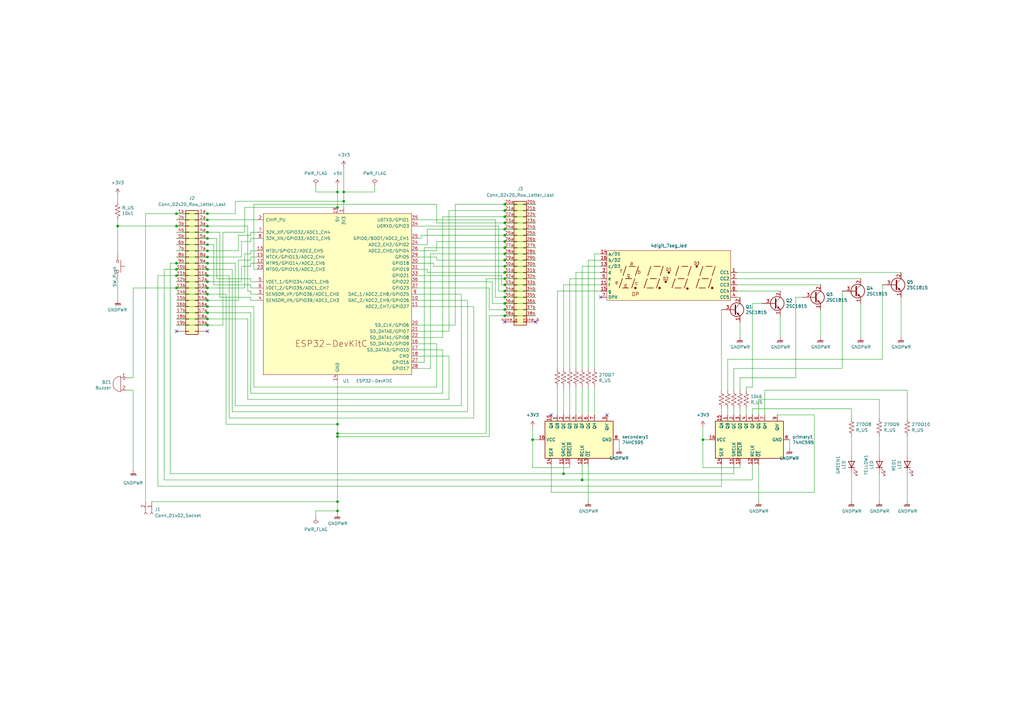
<source format=kicad_sch>
(kicad_sch (version 20230121) (generator eeschema)
  (paper "A3")
  (lib_symbols
    (symbol "74xx:74HC595"
      (property "Reference" "U" (at -7.62 13.97 0))
      (property "Value" "74HC595" (at -7.62 -16.51 0))
      (symbol "74HC595_1_0"
        (pin tri_state line (at 10.16 7.62 180) (length 2.54) (name "QB") (number "1"))
        (pin input line (at -10.16 2.54 0) (length 2.54) (name "~{SRCLR}") (number "10"))
        (pin input line (at -10.16 5.08 0) (length 2.54) (name "SRCLK") (number "11"))
        (pin input line (at -10.16 -2.54 0) (length 2.54) (name "RCLK") (number "12"))
        (pin input line (at -10.16 -5.08 0) (length 2.54) (name "~{OE}") (number "13"))
        (pin input line (at -10.16 10.16 0) (length 2.54) (name "SER") (number "14"))
        (pin tri_state line (at 10.16 10.16 180) (length 2.54) (name "QA") (number "15"))
        (pin power_in line (at 0 15.24 270) (length 2.54) (name "VCC") (number "16"))
        (pin tri_state line (at 10.16 5.08 180) (length 2.54) (name "QC") (number "2"))
        (pin tri_state line (at 10.16 2.54 180) (length 2.54) (name "QD") (number "3"))
        (pin tri_state line (at 10.16 0 180) (length 2.54) (name "QE") (number "4"))
        (pin tri_state line (at 10.16 -2.54 180) (length 2.54) (name "QF") (number "5"))
        (pin tri_state line (at 10.16 -5.08 180) (length 2.54) (name "QG") (number "6"))
        (pin tri_state line (at 10.16 -7.62 180) (length 2.54) (name "QH") (number "7"))
        (pin power_in line (at 0 -17.78 90) (length 2.54) (name "GND") (number "8"))
        (pin output line (at 10.16 -12.7 180) (length 2.54) (name "QH'") (number "9"))
      )
    )
    (symbol "Conn_02x20_Row_Letter_Last_1" (pin_names (offset 1.016) hide)
      (property "Reference" "J3" (at 1.27 29.21 0))
      (property "Value" "Conn_02x20_Row_Letter_Last" (at 1.27 26.67 0))
      (symbol "Conn_02x20_Row_Letter_Last_1_1_1"
        (pin passive line (at -5.08 22.86 0) (length 3.81) (name "Pin_20a") (number "20a"))
        (pin passive line (at 7.62 22.86 180) (length 3.81) (name "Pin_20b") (number "20b"))
        (pin passive line (at -5.08 20.32 0) (length 3.81) (name "Pin_21a") (number "21a"))
        (pin passive line (at 7.62 20.32 180) (length 3.81) (name "Pin_21b") (number "21b"))
        (pin passive line (at -5.08 17.78 0) (length 3.81) (name "Pin_22a") (number "22a"))
        (pin passive line (at 7.62 17.78 180) (length 3.81) (name "Pin_22b") (number "22b"))
        (pin passive line (at -5.08 15.24 0) (length 3.81) (name "Pin_23a") (number "23a"))
        (pin passive line (at 7.62 15.24 180) (length 3.81) (name "Pin_23b") (number "23b"))
        (pin passive line (at -5.08 12.7 0) (length 3.81) (name "Pin_24a") (number "24a"))
        (pin passive line (at 7.62 12.7 180) (length 3.81) (name "Pin_24b") (number "24b"))
        (pin passive line (at -5.08 10.16 0) (length 3.81) (name "Pin_25a") (number "25a"))
        (pin passive line (at 7.62 10.16 180) (length 3.81) (name "Pin_25b") (number "25b"))
        (pin passive line (at -5.08 7.62 0) (length 3.81) (name "Pin_26a") (number "26a"))
        (pin passive line (at 7.62 7.62 180) (length 3.81) (name "Pin_26b") (number "26b"))
        (pin passive line (at -5.08 5.08 0) (length 3.81) (name "Pin_27a") (number "27a"))
        (pin passive line (at 7.62 5.08 180) (length 3.81) (name "Pin_27b") (number "27b"))
        (pin passive line (at -5.08 2.54 0) (length 3.81) (name "Pin_28a") (number "28a"))
        (pin passive line (at 7.62 2.54 180) (length 3.81) (name "Pin_28b") (number "28b"))
        (pin passive line (at -5.08 0 0) (length 3.81) (name "Pin_29a") (number "29a"))
        (pin passive line (at 7.62 0 180) (length 3.81) (name "Pin_29b") (number "29b"))
        (pin passive line (at -5.08 -2.54 0) (length 3.81) (name "Pin_30a") (number "30a"))
        (pin passive line (at 7.62 -2.54 180) (length 3.81) (name "Pin_30b") (number "30b"))
        (pin passive line (at -5.08 -5.08 0) (length 3.81) (name "Pin_31a") (number "31a"))
        (pin passive line (at 7.62 -5.08 180) (length 3.81) (name "Pin_31b") (number "31b"))
        (pin passive line (at -5.08 -7.62 0) (length 3.81) (name "Pin_32a") (number "32a"))
        (pin passive line (at 7.62 -7.62 180) (length 3.81) (name "Pin_32b") (number "32b"))
        (pin passive line (at -5.08 -10.16 0) (length 3.81) (name "Pin_33a") (number "33a"))
        (pin passive line (at 7.62 -10.16 180) (length 3.81) (name "Pin_33b") (number "33b"))
        (pin passive line (at -5.08 -12.7 0) (length 3.81) (name "Pin_34a") (number "34a"))
        (pin passive line (at 7.62 -12.7 180) (length 3.81) (name "Pin_34b") (number "34b"))
        (pin passive line (at -5.08 -15.24 0) (length 3.81) (name "Pin_35a") (number "35a"))
        (pin passive line (at 7.62 -15.24 180) (length 3.81) (name "Pin_35b") (number "35b"))
        (pin passive line (at -5.08 -17.78 0) (length 3.81) (name "Pin_36a") (number "36a"))
        (pin passive line (at 7.62 -17.78 180) (length 3.81) (name "Pin_36b") (number "36b"))
        (pin passive line (at -5.08 -20.32 0) (length 3.81) (name "Pin_37a") (number "37a"))
        (pin passive line (at 7.62 -20.32 180) (length 3.81) (name "Pin_37b") (number "37b"))
        (pin passive line (at -5.08 -22.86 0) (length 3.81) (name "Pin_38a") (number "38a"))
        (pin passive line (at 7.62 -22.86 180) (length 3.81) (name "Pin_38b") (number "38b"))
        (pin passive line (at -5.08 -25.4 0) (length 3.81) (name "Pin_none_a") (number "none_a"))
        (pin passive line (at 7.62 -25.4 180) (length 3.81) (name "Pin_none_b") (number "none_b"))
      )
    )
    (symbol "Connector:Conn_01x02_Socket" (pin_names (offset 1.016) hide)
      (property "Reference" "J" (at 0 2.54 0))
      (property "Value" "Conn_01x02_Socket" (at 0 -5.08 0))
      (symbol "Conn_01x02_Socket_1_1"
        (pin passive line (at -5.08 0 0) (length 3.81) (name "Pin_1") (number "1"))
        (pin passive line (at -5.08 -2.54 0) (length 3.81) (name "Pin_2") (number "2"))
      )
    )
    (symbol "Connector_Generic:Conn_02x20_Row_Letter_Last" (pin_names (offset 1.016) hide)
      (property "Reference" "J2" (at 1.27 29.21 0))
      (property "Value" "Conn_02x20_Row_Letter_Last" (at 1.27 26.67 0))
      (symbol "Conn_02x20_Row_Letter_Last_1_1"
        (pin passive line (at -5.08 -25.4 0) (length 3.81) (name "") (number ""))
        (pin passive line (at 7.62 -25.4 180) (length 3.81) (name "") (number ""))
        (pin passive line (at -5.08 0 0) (length 3.81) (name "Pin_10a") (number "10a"))
        (pin passive line (at 7.62 0 180) (length 3.81) (name "Pin_10b") (number "10b"))
        (pin passive line (at -5.08 -2.54 0) (length 3.81) (name "Pin_11a") (number "11a"))
        (pin passive line (at 7.62 -2.54 180) (length 3.81) (name "Pin_11b") (number "11b"))
        (pin passive line (at -5.08 -5.08 0) (length 3.81) (name "Pin_12a") (number "12a"))
        (pin passive line (at 7.62 -5.08 180) (length 3.81) (name "Pin_12b") (number "12b"))
        (pin passive line (at -5.08 -7.62 0) (length 3.81) (name "Pin_13a") (number "13a"))
        (pin passive line (at 7.62 -7.62 180) (length 3.81) (name "Pin_13b") (number "13b"))
        (pin passive line (at -5.08 -10.16 0) (length 3.81) (name "Pin_14a") (number "14a"))
        (pin passive line (at 7.62 -10.16 180) (length 3.81) (name "Pin_14b") (number "14b"))
        (pin passive line (at -5.08 -12.7 0) (length 3.81) (name "Pin_15a") (number "15a"))
        (pin passive line (at 7.62 -12.7 180) (length 3.81) (name "Pin_15b") (number "15b"))
        (pin passive line (at -5.08 -15.24 0) (length 3.81) (name "Pin_16a") (number "16a"))
        (pin passive line (at 7.62 -15.24 180) (length 3.81) (name "Pin_16b") (number "16b"))
        (pin passive line (at -5.08 -17.78 0) (length 3.81) (name "Pin_17a") (number "17a"))
        (pin passive line (at 7.62 -17.78 180) (length 3.81) (name "Pin_17b") (number "17b"))
        (pin passive line (at -5.08 -20.32 0) (length 3.81) (name "Pin_18a") (number "18a"))
        (pin passive line (at 7.62 -20.32 180) (length 3.81) (name "Pin_18b") (number "18b"))
        (pin passive line (at -5.08 -22.86 0) (length 3.81) (name "Pin_19a") (number "19a"))
        (pin passive line (at 7.62 -22.86 180) (length 3.81) (name "Pin_19b") (number "19b"))
        (pin passive line (at -5.08 22.86 0) (length 3.81) (name "Pin_1a") (number "1a"))
        (pin passive line (at 7.62 22.86 180) (length 3.81) (name "Pin_1b") (number "1b"))
        (pin passive line (at -5.08 20.32 0) (length 3.81) (name "Pin_2a") (number "2a"))
        (pin passive line (at 7.62 20.32 180) (length 3.81) (name "Pin_2b") (number "2b"))
        (pin passive line (at -5.08 17.78 0) (length 3.81) (name "Pin_3a") (number "3a"))
        (pin passive line (at 7.62 17.78 180) (length 3.81) (name "Pin_3b") (number "3b"))
        (pin passive line (at -5.08 15.24 0) (length 3.81) (name "Pin_4a") (number "4a"))
        (pin passive line (at 7.62 15.24 180) (length 3.81) (name "Pin_4b") (number "4b"))
        (pin passive line (at -5.08 12.7 0) (length 3.81) (name "Pin_5a") (number "5a"))
        (pin passive line (at 7.62 12.7 180) (length 3.81) (name "Pin_5b") (number "5b"))
        (pin passive line (at -5.08 10.16 0) (length 3.81) (name "Pin_6a") (number "6a"))
        (pin passive line (at 7.62 10.16 180) (length 3.81) (name "Pin_6b") (number "6b"))
        (pin passive line (at -5.08 7.62 0) (length 3.81) (name "Pin_7a") (number "7a"))
        (pin passive line (at 7.62 7.62 180) (length 3.81) (name "Pin_7b") (number "7b"))
        (pin passive line (at -5.08 5.08 0) (length 3.81) (name "Pin_8a") (number "8a"))
        (pin passive line (at 7.62 5.08 180) (length 3.81) (name "Pin_8b") (number "8b"))
        (pin passive line (at -5.08 2.54 0) (length 3.81) (name "Pin_9a") (number "9a"))
        (pin passive line (at 7.62 2.54 180) (length 3.81) (name "Pin_9b") (number "9b"))
      )
    )
    (symbol "Device:Buzzer" (pin_names (offset 0.0254) hide)
      (property "Reference" "BZ" (at 3.81 1.27 0))
      (property "Value" "Buzzer" (at 3.81 -1.27 0))
      (symbol "Buzzer_1_1"
        (pin passive line (at -2.54 2.54 0) (length 2.54) (name "-") (number "1"))
        (pin passive line (at -2.54 -2.54 0) (length 2.54) (name "+") (number "2"))
      )
    )
    (symbol "Device:LED" (pin_numbers hide) (pin_names (offset 1.016) hide)
      (property "Reference" "D" (at 0 2.54 0))
      (property "Value" "LED" (at 0 -2.54 0))
      (symbol "LED_1_1"
        (pin passive line (at -3.81 0 0) (length 2.54) (name "K") (number "1"))
        (pin passive line (at 3.81 0 180) (length 2.54) (name "A") (number "2"))
      )
    )
    (symbol "Device:R_US" (pin_numbers hide) (pin_names (offset 0))
      (property "Reference" "R" (at 2.54 0 90))
      (property "Value" "R_US" (at -2.54 0 90))
      (symbol "R_US_1_1"
        (pin passive line (at 0 3.81 270) (length 1.27) (name "~") (number "1"))
        (pin passive line (at 0 -3.81 90) (length 1.27) (name "~") (number "2"))
      )
    )
    (symbol "PCM_Espressif:ESP32-DevKitC" (pin_names (offset 1.016))
      (property "Reference" "U" (at -30.48 38.1 0))
      (property "Value" "ESP32-DevKitC" (at -30.48 35.56 0))
      (symbol "ESP32-DevKitC_0_0"
        (text "ESP32-DevKitC" (at -2.54 -20.32 0) (effects (font (size 2.54 2.54))))
        (pin power_in line (at 0 -35.56 90) (length 2.54) (name "GND") (number "14"))
        (pin power_in line (at 0 35.56 270) (length 2.54) (name "5V") (number "19"))
      )
      (symbol "ESP32-DevKitC_1_1"
        (pin power_in line (at 2.54 35.56 270) (length 2.54) (name "3V3") (number "1"))
        (pin bidirectional line (at 33.02 -2.54 180) (length 2.54) (name "DAC_2/ADC2_CH9/GPIO26") (number "10"))
        (pin bidirectional line (at 33.02 -5.08 180) (length 2.54) (name "ADC2_CH7/GPIO27") (number "11"))
        (pin bidirectional line (at -33.02 12.7 0) (length 2.54) (name "MTMS/GPIO14/ADC2_CH6") (number "12"))
        (pin bidirectional line (at -33.02 17.78 0) (length 2.54) (name "MTDI/GPIO12/ADC2_CH5") (number "13"))
        (pin bidirectional line (at -33.02 15.24 0) (length 2.54) (name "MTCK/GPIO13/ADC2_CH4") (number "15"))
        (pin bidirectional line (at 33.02 -20.32 180) (length 2.54) (name "SD_DATA2/GPIO9") (number "16"))
        (pin bidirectional line (at 33.02 -22.86 180) (length 2.54) (name "SD_DATA3/GPIO10") (number "17"))
        (pin bidirectional line (at 33.02 -25.4 180) (length 2.54) (name "CMD") (number "18"))
        (pin input line (at -33.02 30.48 0) (length 2.54) (name "CHIP_PU") (number "2"))
        (pin bidirectional line (at 33.02 -12.7 180) (length 2.54) (name "SD_CLK/GPIO6") (number "20"))
        (pin bidirectional line (at 33.02 -15.24 180) (length 2.54) (name "SD_DATA0/GPIO7") (number "21"))
        (pin bidirectional line (at 33.02 -17.78 180) (length 2.54) (name "SD_DATA1/GPIO8") (number "22"))
        (pin bidirectional line (at -33.02 10.16 0) (length 2.54) (name "MTDO/GPIO15/ADC2_CH3") (number "23"))
        (pin bidirectional line (at 33.02 20.32 180) (length 2.54) (name "ADC2_CH2/GPIO2") (number "24"))
        (pin bidirectional line (at 33.02 22.86 180) (length 2.54) (name "GPIO0/BOOT/ADC2_CH1") (number "25"))
        (pin bidirectional line (at 33.02 17.78 180) (length 2.54) (name "ADC2_CH0/GPIO4") (number "26"))
        (pin bidirectional line (at 33.02 -27.94 180) (length 2.54) (name "GPIO16") (number "27"))
        (pin bidirectional line (at 33.02 -30.48 180) (length 2.54) (name "GPIO17") (number "28"))
        (pin bidirectional line (at 33.02 15.24 180) (length 2.54) (name "GPIO5") (number "29"))
        (pin input line (at -33.02 0 0) (length 2.54) (name "SENSOR_VP/GPIO36/ADC1_CH0") (number "3"))
        (pin bidirectional line (at 33.02 12.7 180) (length 2.54) (name "GPIO18") (number "30"))
        (pin bidirectional line (at 33.02 10.16 180) (length 2.54) (name "GPIO19") (number "31"))
        (pin passive line (at 0 -35.56 90) (length 2.54) hide (name "GND") (number "32"))
        (pin bidirectional line (at 33.02 7.62 180) (length 2.54) (name "GPIO21") (number "33"))
        (pin bidirectional line (at 33.02 27.94 180) (length 2.54) (name "U0RXD/GPIO3") (number "34"))
        (pin bidirectional line (at 33.02 30.48 180) (length 2.54) (name "U0TXD/GPIO1") (number "35"))
        (pin bidirectional line (at 33.02 5.08 180) (length 2.54) (name "GPIO22") (number "36"))
        (pin bidirectional line (at 33.02 2.54 180) (length 2.54) (name "GPIO23") (number "37"))
        (pin passive line (at 0 -35.56 90) (length 2.54) hide (name "GND") (number "38"))
        (pin input line (at -33.02 -2.54 0) (length 2.54) (name "SENSOR_VN/GPIO39/ADC1_CH3") (number "4"))
        (pin input line (at -33.02 5.08 0) (length 2.54) (name "VDET_1/GPIO34/ADC1_CH6") (number "5"))
        (pin input line (at -33.02 2.54 0) (length 2.54) (name "VDET_2/GPIO35/ADC1_CH7") (number "6"))
        (pin bidirectional line (at -33.02 25.4 0) (length 2.54) (name "32K_XP/GPIO32/ADC1_CH4") (number "7"))
        (pin bidirectional line (at -33.02 22.86 0) (length 2.54) (name "32K_XN/GPIO33/ADC1_CH5") (number "8"))
        (pin bidirectional line (at 33.02 0 180) (length 2.54) (name "DAC_1/ADC2_CH8/GPIO25") (number "9"))
      )
    )
    (symbol "Switch:SW_Push" (pin_numbers hide) (pin_names (offset 1.016) hide)
      (property "Reference" "SW" (at 1.27 2.54 0))
      (property "Value" "SW_Push" (at 0 -1.524 0))
      (symbol "SW_Push_0_1"
        (pin passive line (at -5.08 0 0) (length 2.54) (name "1") (number "1"))
        (pin passive line (at 5.08 0 180) (length 2.54) (name "2") (number "2"))
      )
    )
    (symbol "Transistor_BJT:2SC1815" (pin_names (offset 0) hide)
      (property "Reference" "Q" (at 5.08 1.905 0))
      (property "Value" "2SC1815" (at 5.08 0 0))
      (symbol "2SC1815_1_1"
        (pin passive line (at 2.54 -5.08 90) (length 2.54) (name "E") (number "1"))
        (pin passive line (at 2.54 5.08 270) (length 2.54) (name "C") (number "2"))
        (pin input line (at -5.08 0 0) (length 5.08) (name "B") (number "3"))
      )
    )
    (symbol "control-rescue:+3.3V-power" (power) (pin_names (offset 0))
      (property "Value" "+3.3V-power" (at 0 3.556 0))
      (symbol "+3.3V-power_1_1"
        (pin power_in line (at 0 0 90) (length 0) hide (name "+3V3") (number "1"))
      )
    )
    (symbol "control-rescue:4digit_7seg_led-Display_Character"
      (property "Reference" "U" (at -24.13 12.7 0))
      (property "Value" "Display_Character_4digit_7seg_led" (at 17.78 12.7 0))
      (symbol "4digit_7seg_led-Display_Character_0_0"
        (text "a" (at -15.24 6.35 0) (effects (font (size 1.524 1.524))))
        (text "b" (at -12.192 2.794 0) (effects (font (size 1.524 1.524))))
        (text "c" (at -13.208 -1.778 0) (effects (font (size 1.524 1.524))))
        (text "d" (at -17.78 -2.794 0) (effects (font (size 1.524 1.524))))
        (text "D1" (at 0 3.81 0) (effects (font (size 1.1938 1.1938))))
        (text "D2" (at -1.27 0 0) (effects (font (size 1.1938 1.1938))))
        (text "DP" (at -13.716 -6.35 0) (effects (font (size 1.524 1.524))))
        (text "e" (at -21.336 -1.524 0) (effects (font (size 1.524 1.524))))
        (text "f" (at -19.558 3.048 0) (effects (font (size 1.524 1.524))))
        (text "g" (at -16.51 1.524 0) (effects (font (size 1.524 1.524))))
      )
      (symbol "4digit_7seg_led-Display_Character_1_1"
        (text "D3" (at 11.43 6.35 0) (effects (font (size 1.1938 1.1938))))
        (pin input line (at 27.94 2.54 180) (length 2.54) (name "CC1") (number "1"))
        (pin input line (at -27.94 -2.54 0) (length 2.54) (name "f") (number "11"))
        (pin input line (at -27.94 5.08 0) (length 2.54) (name "c/D3") (number "13"))
        (pin input line (at -27.94 10.16 0) (length 2.54) (name "a/D1") (number "14"))
        (pin input line (at -27.94 -5.08 0) (length 2.54) (name "g") (number "15"))
        (pin input line (at -27.94 7.62 0) (length 2.54) (name "b/D2") (number "16"))
        (pin input line (at 27.94 0 180) (length 2.54) (name "CC2") (number "2"))
        (pin input line (at -27.94 2.54 0) (length 2.54) (name "d") (number "3"))
        (pin input line (at 27.94 -7.62 180) (length 2.54) (name "CC5") (number "4"))
        (pin input line (at -27.94 0 0) (length 2.54) (name "e") (number "5"))
        (pin input line (at 27.94 -2.54 180) (length 2.54) (name "CC3") (number "6"))
        (pin input line (at -27.94 -7.62 0) (length 2.54) (name "DPX") (number "7"))
        (pin input line (at 27.94 -5.08 180) (length 2.54) (name "CC4") (number "8"))
      )
    )
    (symbol "power:+5V" (power) (pin_names (offset 0))
      (property "Value" "+5V" (at 0 3.556 0))
      (symbol "+5V_1_1"
        (pin power_in line (at 0 0 90) (length 0) hide (name "+5V") (number "1"))
      )
    )
    (symbol "power:GNDPWR" (power) (pin_names (offset 0))
      (property "Value" "GNDPWR" (at 0 -3.302 0))
      (symbol "GNDPWR_1_1"
        (pin power_in line (at 0 0 270) (length 0) hide (name "GNDPWR") (number "1"))
      )
    )
    (symbol "power:PWR_FLAG" (power) (pin_numbers hide) (pin_names (offset 0) hide)
      (property "Value" "PWR_FLAG" (at 0 3.81 0))
      (symbol "PWR_FLAG_0_0"
        (pin power_out line (at 0 0 90) (length 0) (name "pwr") (number "1"))
      )
    )
  )
  (junction (at 140.97 82.55))
  (junction (at 207.01 93.98))
  (junction (at 72.39 87.63))
  (junction (at 85.09 92.71))
  (junction (at 207.01 124.46))
  (junction (at 207.01 101.6))
  (junction (at 207.01 109.22))
  (junction (at 207.01 129.54))
  (junction (at 85.09 105.41))
  (junction (at 48.26 92.71))
  (junction (at 207.01 114.3))
  (junction (at 218.44 180.34))
  (junction (at 207.01 111.76))
  (junction (at 207.01 119.38))
  (junction (at 207.01 106.68))
  (junction (at 85.09 125.73))
  (junction (at 231.14 194.31))
  (junction (at 85.09 110.49))
  (junction (at 72.39 118.11))
  (junction (at 138.43 173.99))
  (junction (at 85.09 95.25))
  (junction (at 85.09 115.57))
  (junction (at 85.09 100.33))
  (junction (at 138.43 209.55))
  (junction (at 138.43 177.8))
  (junction (at 140.97 78.74))
  (junction (at 85.09 102.87))
  (junction (at 138.43 205.74))
  (junction (at 85.09 130.81))
  (junction (at 207.01 83.82))
  (junction (at 207.01 121.92))
  (junction (at 207.01 127))
  (junction (at 85.09 120.65))
  (junction (at 138.43 85.09))
  (junction (at 85.09 97.79))
  (junction (at 85.09 90.17))
  (junction (at 85.09 107.95))
  (junction (at 207.01 99.06))
  (junction (at 85.09 123.19))
  (junction (at 72.39 107.95))
  (junction (at 85.09 118.11))
  (junction (at 138.43 179.07))
  (junction (at 85.09 113.03))
  (junction (at 72.39 92.71))
  (junction (at 207.01 96.52))
  (junction (at 288.29 180.34))
  (junction (at 138.43 78.74))
  (junction (at 85.09 128.27))
  (junction (at 85.09 87.63))
  (junction (at 85.09 133.35))
  (junction (at 207.01 88.9))
  (junction (at 207.01 86.36))
  (junction (at 238.76 196.85))
  (junction (at 207.01 116.84))
  (junction (at 72.39 113.03))
  (junction (at 207.01 104.14))
  (junction (at 72.39 110.49))
  (junction (at 207.01 91.44))
  (no_connect (at 248.92 170.18))
  (no_connect (at 226.06 170.18))
  (no_connect (at 72.39 135.89))
  (no_connect (at 85.09 135.89))
  (no_connect (at 246.38 121.92))
  (no_connect (at 219.71 132.08))
  (no_connect (at 207.01 132.08))
  (wire (pts (xy 87.63 100.33) (xy 85.09 100.33)))
  (wire (pts (xy 72.39 87.63) (xy 59.69 87.63)))
  (wire (pts (xy 302.26 121.92) (xy 303.53 121.92)))
  (wire (pts (xy 138.43 78.74) (xy 138.43 85.09)))
  (wire (pts (xy 175.26 93.98) (xy 207.01 93.98)))
  (wire (pts (xy 203.2 121.92) (xy 207.01 121.92)))
  (wire (pts (xy 231.14 194.31) (xy 231.14 190.5)))
  (wire (pts (xy 72.39 90.17) (xy 85.09 90.17)))
  (wire (pts (xy 104.14 158.75) (xy 104.14 125.73)))
  (wire (pts (xy 99.06 99.06) (xy 99.06 105.41)))
  (wire (pts (xy 308.61 196.85) (xy 308.61 190.5)))
  (wire (pts (xy 238.76 151.13) (xy 238.76 109.22)))
  (wire (pts (xy 102.87 102.87) (xy 102.87 104.14)))
  (wire (pts (xy 303.53 170.18) (xy 303.53 167.64)))
  (wire (pts (xy 231.14 194.31) (xy 300.99 194.31)))
  (wire (pts (xy 69.85 194.31) (xy 231.14 194.31)))
  (wire (pts (xy 207.01 119.38) (xy 219.71 119.38)))
  (wire (pts (xy 207.01 104.14) (xy 219.71 104.14)))
  (wire (pts (xy 72.39 110.49) (xy 85.09 110.49)))
  (wire (pts (xy 207.01 129.54) (xy 219.71 129.54)))
  (wire (pts (xy 72.39 130.81) (xy 85.09 130.81)))
  (wire (pts (xy 361.95 147.32) (xy 361.95 116.84)))
  (wire (pts (xy 207.01 91.44) (xy 219.71 91.44)))
  (wire (pts (xy 100.33 85.09) (xy 100.33 95.25)))
  (wire (pts (xy 105.41 110.49) (xy 104.14 110.49)))
  (wire (pts (xy 372.11 194.31) (xy 372.11 205.74)))
  (wire (pts (xy 102.87 116.84) (xy 87.63 116.84)))
  (wire (pts (xy 102.87 105.41) (xy 105.41 105.41)))
  (wire (pts (xy 93.98 171.45) (xy 93.98 113.03)))
  (wire (pts (xy 173.99 101.6) (xy 207.01 101.6)))
  (wire (pts (xy 48.26 80.01) (xy 48.26 82.55)))
  (wire (pts (xy 171.45 138.43) (xy 181.61 138.43)))
  (wire (pts (xy 298.45 147.32) (xy 361.95 147.32)))
  (wire (pts (xy 201.93 115.57) (xy 201.93 124.46)))
  (wire (pts (xy 207.01 116.84) (xy 219.71 116.84)))
  (wire (pts (xy 171.45 146.05) (xy 184.15 146.05)))
  (wire (pts (xy 171.45 118.11) (xy 200.66 118.11)))
  (wire (pts (xy 311.15 170.18) (xy 311.15 163.83)))
  (wire (pts (xy 138.43 173.99) (xy 92.71 173.99)))
  (wire (pts (xy 231.14 158.75) (xy 231.14 170.18)))
  (wire (pts (xy 129.54 76.2) (xy 129.54 78.74)))
  (wire (pts (xy 302.26 114.3) (xy 353.06 114.3)))
  (wire (pts (xy 54.61 160.02) (xy 54.61 193.04)))
  (wire (pts (xy 52.07 160.02) (xy 54.61 160.02)))
  (wire (pts (xy 336.55 127) (xy 336.55 138.43)))
  (wire (pts (xy 72.39 102.87) (xy 85.09 102.87)))
  (wire (pts (xy 176.53 151.13) (xy 176.53 104.14)))
  (wire (pts (xy 181.61 161.29) (xy 102.87 161.29)))
  (wire (pts (xy 233.68 158.75) (xy 233.68 170.18)))
  (wire (pts (xy 372.11 160.02) (xy 372.11 171.45)))
  (wire (pts (xy 102.87 118.11) (xy 102.87 116.84)))
  (wire (pts (xy 102.87 120.65) (xy 102.87 119.38)))
  (wire (pts (xy 303.53 132.08) (xy 303.53 138.43)))
  (wire (pts (xy 138.43 210.82) (xy 138.43 209.55)))
  (wire (pts (xy 102.87 121.92) (xy 102.87 123.19)))
  (wire (pts (xy 288.29 191.77) (xy 288.29 180.34)))
  (wire (pts (xy 91.44 133.35) (xy 85.09 133.35)))
  (wire (pts (xy 302.26 111.76) (xy 369.57 111.76)))
  (wire (pts (xy 96.52 166.37) (xy 96.52 107.95)))
  (wire (pts (xy 173.99 148.59) (xy 171.45 148.59)))
  (wire (pts (xy 349.25 179.07) (xy 349.25 186.69)))
  (wire (pts (xy 300.99 151.13) (xy 345.44 151.13)))
  (wire (pts (xy 238.76 109.22) (xy 246.38 109.22)))
  (wire (pts (xy 62.23 205.74) (xy 138.43 205.74)))
  (wire (pts (xy 85.09 118.11) (xy 100.33 118.11)))
  (wire (pts (xy 308.61 124.46) (xy 308.61 158.75)))
  (wire (pts (xy 360.68 163.83) (xy 360.68 171.45)))
  (wire (pts (xy 226.06 201.93) (xy 334.01 201.93)))
  (wire (pts (xy 186.69 83.82) (xy 207.01 83.82)))
  (wire (pts (xy 97.79 96.52) (xy 97.79 102.87)))
  (wire (pts (xy 102.87 102.87) (xy 105.41 102.87)))
  (wire (pts (xy 194.31 171.45) (xy 93.98 171.45)))
  (wire (pts (xy 97.79 106.68) (xy 97.79 123.19)))
  (wire (pts (xy 302.26 119.38) (xy 320.04 119.38)))
  (wire (pts (xy 87.63 116.84) (xy 87.63 100.33)))
  (wire (pts (xy 72.39 128.27) (xy 85.09 128.27)))
  (wire (pts (xy 72.39 95.25) (xy 85.09 95.25)))
  (wire (pts (xy 326.39 154.94) (xy 326.39 121.92)))
  (wire (pts (xy 175.26 111.76) (xy 207.01 111.76)))
  (wire (pts (xy 353.06 124.46) (xy 353.06 138.43)))
  (wire (pts (xy 184.15 86.36) (xy 207.01 86.36)))
  (wire (pts (xy 290.83 180.34) (xy 288.29 180.34)))
  (wire (pts (xy 306.07 167.64) (xy 306.07 170.18)))
  (wire (pts (xy 171.45 143.51) (xy 181.61 143.51)))
  (wire (pts (xy 104.14 110.49) (xy 104.14 83.82)))
  (wire (pts (xy 179.07 83.82) (xy 179.07 91.44)))
  (wire (pts (xy 207.01 127) (xy 219.71 127)))
  (wire (pts (xy 171.45 90.17) (xy 203.2 90.17)))
  (wire (pts (xy 238.76 196.85) (xy 238.76 190.5)))
  (wire (pts (xy 184.15 135.89) (xy 184.15 86.36)))
  (wire (pts (xy 308.61 170.18) (xy 308.61 167.64)))
  (wire (pts (xy 207.01 101.6) (xy 219.71 101.6)))
  (wire (pts (xy 179.07 91.44) (xy 207.01 91.44)))
  (wire (pts (xy 72.39 113.03) (xy 85.09 113.03)))
  (wire (pts (xy 207.01 88.9) (xy 219.71 88.9)))
  (wire (pts (xy 138.43 177.8) (xy 138.43 179.07)))
  (wire (pts (xy 200.66 179.07) (xy 138.43 179.07)))
  (wire (pts (xy 320.04 129.54) (xy 320.04 138.43)))
  (wire (pts (xy 72.39 100.33) (xy 85.09 100.33)))
  (wire (pts (xy 231.14 116.84) (xy 246.38 116.84)))
  (wire (pts (xy 189.23 120.65) (xy 189.23 166.37)))
  (wire (pts (xy 295.91 167.64) (xy 295.91 170.18)))
  (wire (pts (xy 138.43 85.09) (xy 100.33 85.09)))
  (wire (pts (xy 138.43 76.2) (xy 138.43 78.74)))
  (wire (pts (xy 181.61 138.43) (xy 181.61 88.9)))
  (wire (pts (xy 72.39 115.57) (xy 85.09 115.57)))
  (wire (pts (xy 171.45 123.19) (xy 191.77 123.19)))
  (wire (pts (xy 85.09 90.17) (xy 105.41 90.17)))
  (wire (pts (xy 140.97 78.74) (xy 140.97 82.55)))
  (wire (pts (xy 173.99 148.59) (xy 173.99 101.6)))
  (wire (pts (xy 48.26 114.3) (xy 48.26 123.19)))
  (wire (pts (xy 172.72 96.52) (xy 207.01 96.52)))
  (wire (pts (xy 300.99 194.31) (xy 300.99 190.5)))
  (wire (pts (xy 306.07 160.02) (xy 306.07 158.75)))
  (wire (pts (xy 241.3 106.68) (xy 246.38 106.68)))
  (wire (pts (xy 102.87 161.29) (xy 102.87 128.27)))
  (wire (pts (xy 140.97 82.55) (xy 140.97 85.09)))
  (wire (pts (xy 69.85 107.95) (xy 72.39 107.95)))
  (wire (pts (xy 218.44 175.26) (xy 218.44 180.34)))
  (wire (pts (xy 313.69 160.02) (xy 313.69 170.18)))
  (wire (pts (xy 241.3 190.5) (xy 241.3 205.74)))
  (wire (pts (xy 72.39 87.63) (xy 85.09 87.63)))
  (wire (pts (xy 102.87 114.3) (xy 102.87 115.57)))
  (wire (pts (xy 102.87 105.41) (xy 102.87 106.68)))
  (wire (pts (xy 191.77 168.91) (xy 95.25 168.91)))
  (wire (pts (xy 238.76 158.75) (xy 238.76 170.18)))
  (wire (pts (xy 72.39 105.41) (xy 85.09 105.41)))
  (wire (pts (xy 91.44 95.25) (xy 91.44 133.35)))
  (wire (pts (xy 194.31 125.73) (xy 194.31 171.45)))
  (wire (pts (xy 102.87 96.52) (xy 97.79 96.52)))
  (wire (pts (xy 96.52 87.63) (xy 85.09 87.63)))
  (wire (pts (xy 303.53 191.77) (xy 288.29 191.77)))
  (wire (pts (xy 241.3 158.75) (xy 241.3 170.18)))
  (wire (pts (xy 207.01 129.54) (xy 200.66 129.54)))
  (wire (pts (xy 179.07 158.75) (xy 104.14 158.75)))
  (wire (pts (xy 104.14 83.82) (xy 179.07 83.82)))
  (wire (pts (xy 300.99 167.64) (xy 300.99 170.18)))
  (wire (pts (xy 140.97 78.74) (xy 153.67 78.74)))
  (wire (pts (xy 138.43 173.99) (xy 138.43 177.8)))
  (wire (pts (xy 171.45 151.13) (xy 176.53 151.13)))
  (wire (pts (xy 334.01 170.18) (xy 334.01 201.93)))
  (wire (pts (xy 236.22 111.76) (xy 236.22 151.13)))
  (wire (pts (xy 138.43 179.07) (xy 138.43 205.74)))
  (wire (pts (xy 243.84 104.14) (xy 246.38 104.14)))
  (wire (pts (xy 207.01 96.52) (xy 219.71 96.52)))
  (wire (pts (xy 138.43 205.74) (xy 138.43 209.55)))
  (wire (pts (xy 102.87 118.11) (xy 105.41 118.11)))
  (wire (pts (xy 101.6 92.71) (xy 85.09 92.71)))
  (wire (pts (xy 207.01 106.68) (xy 219.71 106.68)))
  (wire (pts (xy 171.45 140.97) (xy 179.07 140.97)))
  (wire (pts (xy 92.71 120.65) (xy 85.09 120.65)))
  (wire (pts (xy 184.15 163.83) (xy 101.6 163.83)))
  (wire (pts (xy 102.87 115.57) (xy 105.41 115.57)))
  (wire (pts (xy 102.87 104.14) (xy 100.33 104.14)))
  (wire (pts (xy 191.77 123.19) (xy 191.77 168.91)))
  (wire (pts (xy 186.69 133.35) (xy 186.69 83.82)))
  (wire (pts (xy 295.91 160.02) (xy 295.91 127)))
  (wire (pts (xy 302.26 116.84) (xy 336.55 116.84)))
  (wire (pts (xy 207.01 111.76) (xy 219.71 111.76)))
  (wire (pts (xy 177.8 109.22) (xy 207.01 109.22)))
  (wire (pts (xy 129.54 78.74) (xy 138.43 78.74)))
  (wire (pts (xy 102.87 107.95) (xy 105.41 107.95)))
  (wire (pts (xy 189.23 166.37) (xy 96.52 166.37)))
  (wire (pts (xy 48.26 90.17) (xy 48.26 92.71)))
  (wire (pts (xy 72.39 92.71) (xy 85.09 92.71)))
  (wire (pts (xy 171.45 133.35) (xy 186.69 133.35)))
  (wire (pts (xy 233.68 190.5) (xy 233.68 191.77)))
  (wire (pts (xy 140.97 82.55) (xy 96.52 82.55)))
  (wire (pts (xy 200.66 129.54) (xy 200.66 179.07)))
  (wire (pts (xy 96.52 107.95) (xy 85.09 107.95)))
  (wire (pts (xy 95.25 110.49) (xy 85.09 110.49)))
  (wire (pts (xy 102.87 95.25) (xy 102.87 96.52)))
  (wire (pts (xy 64.77 113.03) (xy 72.39 113.03)))
  (wire (pts (xy 102.87 123.19) (xy 105.41 123.19)))
  (wire (pts (xy 99.06 115.57) (xy 99.06 109.22)))
  (wire (pts (xy 102.87 95.25) (xy 105.41 95.25)))
  (wire (pts (xy 218.44 180.34) (xy 218.44 191.77)))
  (wire (pts (xy 207.01 109.22) (xy 219.71 109.22)))
  (wire (pts (xy 104.14 125.73) (xy 85.09 125.73)))
  (wire (pts (xy 171.45 92.71) (xy 204.47 92.71)))
  (wire (pts (xy 102.87 106.68) (xy 97.79 106.68)))
  (wire (pts (xy 101.6 163.83) (xy 101.6 130.81)))
  (wire (pts (xy 171.45 125.73) (xy 194.31 125.73)))
  (wire (pts (xy 179.07 105.41) (xy 179.07 106.68)))
  (wire (pts (xy 88.9 114.3) (xy 88.9 97.79)))
  (wire (pts (xy 171.45 105.41) (xy 179.07 105.41)))
  (wire (pts (xy 179.07 106.68) (xy 207.01 106.68)))
  (wire (pts (xy 295.91 199.39) (xy 295.91 190.5)))
  (wire (pts (xy 220.98 180.34) (xy 218.44 180.34)))
  (wire (pts (xy 199.39 114.3) (xy 199.39 177.8)))
  (wire (pts (xy 138.43 209.55) (xy 129.54 209.55)))
  (wire (pts (xy 90.17 95.25) (xy 85.09 95.25)))
  (wire (pts (xy 64.77 199.39) (xy 295.91 199.39)))
  (wire (pts (xy 100.33 104.14) (xy 100.33 118.11)))
  (wire (pts (xy 311.15 190.5) (xy 311.15 205.74)))
  (wire (pts (xy 67.31 196.85) (xy 238.76 196.85)))
  (wire (pts (xy 177.8 107.95) (xy 177.8 109.22)))
  (wire (pts (xy 171.45 110.49) (xy 175.26 110.49)))
  (wire (pts (xy 138.43 177.8) (xy 199.39 177.8)))
  (wire (pts (xy 175.26 110.49) (xy 175.26 111.76)))
  (wire (pts (xy 179.07 99.06) (xy 207.01 99.06)))
  (wire (pts (xy 184.15 146.05) (xy 184.15 163.83)))
  (wire (pts (xy 323.85 180.34) (xy 323.85 184.15)))
  (wire (pts (xy 207.01 124.46) (xy 219.71 124.46)))
  (wire (pts (xy 72.39 123.19) (xy 85.09 123.19)))
  (wire (pts (xy 254 180.34) (xy 254 184.15)))
  (wire (pts (xy 233.68 114.3) (xy 246.38 114.3)))
  (wire (pts (xy 171.45 97.79) (xy 172.72 97.79)))
  (wire (pts (xy 204.47 119.38) (xy 207.01 119.38)))
  (wire (pts (xy 360.68 194.31) (xy 360.68 205.74)))
  (wire (pts (xy 318.77 170.18) (xy 334.01 170.18)))
  (wire (pts (xy 204.47 92.71) (xy 204.47 119.38)))
  (wire (pts (xy 349.25 194.31) (xy 349.25 205.74)))
  (wire (pts (xy 67.31 110.49) (xy 67.31 196.85)))
  (wire (pts (xy 231.14 116.84) (xy 231.14 151.13)))
  (wire (pts (xy 129.54 209.55) (xy 129.54 212.09)))
  (wire (pts (xy 207.01 86.36) (xy 219.71 86.36)))
  (wire (pts (xy 207.01 83.82) (xy 219.71 83.82)))
  (wire (pts (xy 101.6 119.38) (xy 101.6 92.71)))
  (wire (pts (xy 140.97 68.58) (xy 140.97 78.74)))
  (wire (pts (xy 64.77 113.03) (xy 64.77 199.39)))
  (wire (pts (xy 201.93 124.46) (xy 207.01 124.46)))
  (wire (pts (xy 171.45 113.03) (xy 205.74 113.03)))
  (wire (pts (xy 72.39 107.95) (xy 85.09 107.95)))
  (wire (pts (xy 360.68 179.07) (xy 360.68 186.69)))
  (wire (pts (xy 369.57 121.92) (xy 369.57 138.43)))
  (wire (pts (xy 349.25 167.64) (xy 349.25 171.45)))
  (wire (pts (xy 311.15 163.83) (xy 360.68 163.83)))
  (wire (pts (xy 233.68 151.13) (xy 233.68 114.3)))
  (wire (pts (xy 203.2 90.17) (xy 203.2 121.92)))
  (wire (pts (xy 102.87 109.22) (xy 102.87 107.95)))
  (wire (pts (xy 328.93 121.92) (xy 326.39 121.92)))
  (wire (pts (xy 102.87 97.79) (xy 105.41 97.79)))
  (wire (pts (xy 138.43 156.21) (xy 138.43 173.99)))
  (wire (pts (xy 72.39 120.65) (xy 85.09 120.65)))
  (wire (pts (xy 179.07 102.87) (xy 179.07 99.06)))
  (wire (pts (xy 205.74 113.03) (xy 205.74 116.84)))
  (wire (pts (xy 95.25 168.91) (xy 95.25 110.49)))
  (wire (pts (xy 102.87 128.27) (xy 85.09 128.27)))
  (wire (pts (xy 181.61 88.9) (xy 207.01 88.9)))
  (wire (pts (xy 312.42 124.46) (xy 308.61 124.46)))
  (wire (pts (xy 233.68 191.77) (xy 218.44 191.77)))
  (wire (pts (xy 99.06 109.22) (xy 102.87 109.22)))
  (wire (pts (xy 171.45 102.87) (xy 179.07 102.87)))
  (wire (pts (xy 205.74 116.84) (xy 207.01 116.84)))
  (wire (pts (xy 243.84 158.75) (xy 243.84 170.18)))
  (wire (pts (xy 72.39 97.79) (xy 85.09 97.79)))
  (wire (pts (xy 102.87 114.3) (xy 88.9 114.3)))
  (wire (pts (xy 69.85 107.95) (xy 69.85 194.31)))
  (wire (pts (xy 175.26 100.33) (xy 175.26 93.98)))
  (wire (pts (xy 207.01 99.06) (xy 219.71 99.06)))
  (wire (pts (xy 101.6 130.81) (xy 85.09 130.81)))
  (wire (pts (xy 90.17 121.92) (xy 102.87 121.92)))
  (wire (pts (xy 313.69 160.02) (xy 372.11 160.02)))
  (wire (pts (xy 288.29 180.34) (xy 288.29 175.26)))
  (wire (pts (xy 97.79 102.87) (xy 85.09 102.87)))
  (wire (pts (xy 92.71 173.99) (xy 92.71 120.65)))
  (wire (pts (xy 207.01 93.98) (xy 219.71 93.98)))
  (wire (pts (xy 96.52 82.55) (xy 96.52 87.63)))
  (wire (pts (xy 54.61 154.94) (xy 52.07 154.94)))
  (wire (pts (xy 100.33 95.25) (xy 91.44 95.25)))
  (wire (pts (xy 308.61 158.75) (xy 306.07 158.75)))
  (wire (pts (xy 171.45 115.57) (xy 201.93 115.57)))
  (wire (pts (xy 200.66 127) (xy 207.01 127)))
  (wire (pts (xy 102.87 120.65) (xy 105.41 120.65)))
  (wire (pts (xy 88.9 97.79) (xy 85.09 97.79)))
  (wire (pts (xy 303.53 154.94) (xy 326.39 154.94)))
  (wire (pts (xy 179.07 140.97) (xy 179.07 158.75)))
  (wire (pts (xy 153.67 78.74) (xy 153.67 76.2)))
  (wire (pts (xy 200.66 118.11) (xy 200.66 127)))
  (wire (pts (xy 298.45 167.64) (xy 298.45 170.18)))
  (wire (pts (xy 90.17 121.92) (xy 90.17 95.25)))
  (wire (pts (xy 172.72 96.52) (xy 172.72 97.79)))
  (wire (pts (xy 97.79 123.19) (xy 85.09 123.19)))
  (wire (pts (xy 72.39 118.11) (xy 85.09 118.11)))
  (wire (pts (xy 48.26 92.71) (xy 48.26 104.14)))
  (wire (pts (xy 243.84 104.14) (xy 243.84 151.13)))
  (wire (pts (xy 102.87 119.38) (xy 101.6 119.38)))
  (wire (pts (xy 181.61 143.51) (xy 181.61 161.29)))
  (wire (pts (xy 236.22 111.76) (xy 246.38 111.76)))
  (wire (pts (xy 102.87 97.79) (xy 102.87 99.06)))
  (wire (pts (xy 72.39 133.35) (xy 85.09 133.35)))
  (wire (pts (xy 303.53 154.94) (xy 303.53 160.02)))
  (wire (pts (xy 207.01 114.3) (xy 219.71 114.3)))
  (wire (pts (xy 59.69 87.63) (xy 59.69 205.74)))
  (wire (pts (xy 228.6 119.38) (xy 246.38 119.38)))
  (wire (pts (xy 85.09 115.57) (xy 99.06 115.57)))
  (wire (pts (xy 238.76 196.85) (xy 308.61 196.85)))
  (wire (pts (xy 171.45 100.33) (xy 175.26 100.33)))
  (wire (pts (xy 226.06 201.93) (xy 226.06 190.5)))
  (wire (pts (xy 102.87 99.06) (xy 99.06 99.06)))
  (wire (pts (xy 236.22 158.75) (xy 236.22 170.18)))
  (wire (pts (xy 303.53 190.5) (xy 303.53 191.77)))
  (wire (pts (xy 207.01 114.3) (xy 199.39 114.3)))
  (wire (pts (xy 228.6 158.75) (xy 228.6 170.18)))
  (wire (pts (xy 93.98 113.03) (xy 85.09 113.03)))
  (wire (pts (xy 207.01 121.92) (xy 219.71 121.92)))
  (wire (pts (xy 171.45 107.95) (xy 177.8 107.95)))
  (wire (pts (xy 298.45 147.32) (xy 298.45 160.02)))
  (wire (pts (xy 72.39 125.73) (xy 85.09 125.73)))
  (wire (pts (xy 189.23 120.65) (xy 171.45 120.65)))
  (wire (pts (xy 48.26 92.71) (xy 72.39 92.71)))
  (wire (pts (xy 67.31 110.49) (xy 72.39 110.49)))
  (wire (pts (xy 176.53 104.14) (xy 207.01 104.14)))
  (wire (pts (xy 228.6 119.38) (xy 228.6 151.13)))
  (wire (pts (xy 54.61 118.11) (xy 72.39 118.11)))
  (wire (pts (xy 241.3 106.68) (xy 241.3 151.13)))
  (wire (pts (xy 171.45 135.89) (xy 184.15 135.89)))
  (wire (pts (xy 345.44 151.13) (xy 345.44 119.38)))
  (wire (pts (xy 300.99 160.02) (xy 300.99 151.13)))
  (wire (pts (xy 54.61 118.11) (xy 54.61 154.94)))
  (wire (pts (xy 99.06 105.41) (xy 85.09 105.41)))
  (wire (pts (xy 372.11 179.07) (xy 372.11 186.69)))
  (wire (pts (xy 308.61 167.64) (xy 349.25 167.64)))
  (symbol (lib_id "control-rescue:4digit_7seg_led-Display_Character") (at 274.32 114.3 0) (unit 1)
    (property "Reference" "U2" (effects hide))
    (property "Value" "4digit_7seg_led" (at 274.32 100.7618 0))
    (property "Footprint" "Library:OSL_40391_LRA" (effects hide))
    (property "Datasheet" "http://www.kingbright.com/attachments/file/psearch/000/00/00/CA56-12SURKWA(Ver.8A).pdf" (effects hide))
  )
  (symbol (lib_id "Device:Buzzer") (at 49.53 157.48 0) (mirror y) (unit 1)
    (property "Reference" "BZ1" (at 45.6692 156.7434 0) (effects (justify left)))
    (property "Value" "Buzzer" (at 45.6692 159.0548 0) (effects (justify left)))
    (property "Footprint" "Buzzer_Beeper:Buzzer_15x7.5RM7.6" (effects hide))
  )
  (symbol (lib_id "74xx:74HC595") (at 236.22 180.34 90) (unit 1)
    (property "Reference" "secondary1" (at 255.1176 179.1716 90) (effects (justify right)))
    (property "Value" "74HC595" (at 255.1176 181.483 90) (effects (justify right)))
    (property "Footprint" "Package_DIP:DIP-16_W7.62mm_Socket" (effects hide))
    (property "Datasheet" "http://www.ti.com/lit/ds/symlink/sn74hc595.pdf" (effects hide))
  )
  (symbol (lib_id "74xx:74HC595") (at 306.07 180.34 90) (unit 1)
    (property "Reference" "primary1" (at 324.9676 179.1716 90) (effects (justify right)))
    (property "Value" "74HC595" (at 324.9676 181.483 90) (effects (justify right)))
    (property "Footprint" "Package_DIP:DIP-16_W7.62mm_Socket" (effects hide))
    (property "Datasheet" "http://www.ti.com/lit/ds/symlink/sn74hc595.pdf" (effects hide))
  )
  (symbol (lib_id "Device:R_US") (at 295.91 163.83 0) (unit 1)
    (property "Reference" "10k2" (effects hide))
    (property "Value" "R_US" (effects hide))
    (property "Footprint" "Resistor_THT:R_Axial_DIN0207_L6.3mm_D2.5mm_P10.16mm_Horizontal" (effects hide))
  )
  (symbol (lib_id "Device:R_US") (at 298.45 163.83 0) (unit 1)
    (property "Reference" "10k3" (effects hide))
    (property "Value" "R_US" (effects hide))
    (property "Footprint" "Resistor_THT:R_Axial_DIN0207_L6.3mm_D2.5mm_P10.16mm_Horizontal" (effects hide))
  )
  (symbol (lib_id "Device:R_US") (at 300.99 163.83 0) (unit 1)
    (property "Reference" "10k4" (effects hide))
    (property "Value" "R_US" (effects hide))
    (property "Footprint" "Resistor_THT:R_Axial_DIN0207_L6.3mm_D2.5mm_P10.16mm_Horizontal" (effects hide))
  )
  (symbol (lib_id "Device:R_US") (at 303.53 163.83 0) (unit 1)
    (property "Reference" "10k5" (effects hide))
    (property "Value" "R_US" (effects hide))
    (property "Footprint" "Resistor_THT:R_Axial_DIN0207_L6.3mm_D2.5mm_P10.16mm_Horizontal" (effects hide))
  )
  (symbol (lib_id "Device:R_US") (at 306.07 163.83 0) (unit 1)
    (property "Reference" "10k6" (at 307.7972 162.6616 0) (effects (justify left)))
    (property "Value" "R_US" (at 307.7972 164.973 0) (effects (justify left)))
    (property "Footprint" "Resistor_THT:R_Axial_DIN0207_L6.3mm_D2.5mm_P10.16mm_Horizontal" (effects hide))
  )
  (symbol (lib_id "Transistor_BJT:2SC1815") (at 300.99 127 0) (unit 1)
    (property "Reference" "Q1" (at 305.816 125.8316 0) (effects (justify left)))
    (property "Value" "2SC1815" (at 305.816 128.143 0) (effects (justify left)))
    (property "Footprint" "Package_TO_SOT_THT:TO-92_Inline_Wide" (effects hide))
    (property "Datasheet" "https://media.digikey.com/pdf/Data%20Sheets/Toshiba%20PDFs/2SC1815.pdf" (effects hide))
  )
  (symbol (lib_id "power:GNDPWR") (at 138.43 210.82 0) (unit 1)
    (property "Reference" "#PWR05" (effects hide))
    (property "Value" "GNDPWR" (at 138.5316 214.7316 0))
  )
  (symbol (lib_id "power:GNDPWR") (at 54.61 193.04 0) (mirror y) (unit 1)
    (property "Reference" "#PWR03" (effects hide))
    (property "Value" "GNDPWR" (at 54.61 198.12 0))
  )
  (symbol (lib_id "power:GNDPWR") (at 311.15 205.74 0) (unit 1)
    (property "Reference" "#PWR012" (effects hide))
    (property "Value" "GNDPWR" (at 311.2516 209.6516 0))
  )
  (symbol (lib_id "power:GNDPWR") (at 372.11 205.74 0) (unit 1)
    (property "Reference" "#PWR020" (effects hide))
    (property "Value" "GNDPWR" (at 372.2116 209.6516 0))
  )
  (symbol (lib_id "power:GNDPWR") (at 360.68 205.74 0) (unit 1)
    (property "Reference" "#PWR018" (effects hide))
    (property "Value" "GNDPWR" (at 360.7816 209.6516 0))
  )
  (symbol (lib_id "power:GNDPWR") (at 349.25 205.74 0) (unit 1)
    (property "Reference" "#PWR016" (effects hide))
    (property "Value" "GNDPWR" (at 349.3516 209.6516 0))
  )
  (symbol (lib_id "Transistor_BJT:2SC1815") (at 317.5 124.46 0) (unit 1)
    (property "Reference" "Q2" (at 322.326 123.2916 0) (effects (justify left)))
    (property "Value" "2SC1815" (at 322.326 125.603 0) (effects (justify left)))
    (property "Footprint" "Package_TO_SOT_THT:TO-92_Inline_Wide" (effects hide))
    (property "Datasheet" "https://media.digikey.com/pdf/Data%20Sheets/Toshiba%20PDFs/2SC1815.pdf" (effects hide))
  )
  (symbol (lib_id "Transistor_BJT:2SC1815") (at 334.01 121.92 0) (unit 1)
    (property "Reference" "Q3" (at 338.836 120.7516 0) (effects (justify left)))
    (property "Value" "2SC1815" (at 338.836 123.063 0) (effects (justify left)))
    (property "Footprint" "Package_TO_SOT_THT:TO-92_Inline_Wide" (effects hide))
    (property "Datasheet" "https://media.digikey.com/pdf/Data%20Sheets/Toshiba%20PDFs/2SC1815.pdf" (effects hide))
  )
  (symbol (lib_id "Transistor_BJT:2SC1815") (at 350.52 119.38 0) (unit 1)
    (property "Reference" "Q4" (at 355.346 118.2116 0) (effects (justify left)))
    (property "Value" "2SC1815" (at 355.346 120.523 0) (effects (justify left)))
    (property "Footprint" "Package_TO_SOT_THT:TO-92_Inline_Wide" (effects hide))
    (property "Datasheet" "https://media.digikey.com/pdf/Data%20Sheets/Toshiba%20PDFs/2SC1815.pdf" (effects hide))
  )
  (symbol (lib_id "Transistor_BJT:2SC1815") (at 367.03 116.84 0) (unit 1)
    (property "Reference" "Q5" (at 371.856 115.6716 0) (effects (justify left)))
    (property "Value" "2SC1815" (at 371.856 117.983 0) (effects (justify left)))
    (property "Footprint" "Package_TO_SOT_THT:TO-92_Inline_Wide" (effects hide))
    (property "Datasheet" "https://media.digikey.com/pdf/Data%20Sheets/Toshiba%20PDFs/2SC1815.pdf" (effects hide))
  )
  (symbol (lib_id "power:GNDPWR") (at 303.53 138.43 0) (unit 1)
    (property "Reference" "#PWR011" (effects hide))
    (property "Value" "GNDPWR" (at 303.6316 142.3416 0))
  )
  (symbol (lib_id "power:GNDPWR") (at 336.55 138.43 0) (unit 1)
    (property "Reference" "#PWR015" (effects hide))
    (property "Value" "GNDPWR" (at 336.6516 142.3416 0))
  )
  (symbol (lib_id "power:GNDPWR") (at 353.06 138.43 0) (unit 1)
    (property "Reference" "#PWR017" (effects hide))
    (property "Value" "GNDPWR" (at 353.1616 142.3416 0))
  )
  (symbol (lib_id "power:GNDPWR") (at 369.57 138.43 0) (unit 1)
    (property "Reference" "#PWR019" (effects hide))
    (property "Value" "GNDPWR" (at 369.6716 142.3416 0))
  )
  (symbol (lib_id "power:GNDPWR") (at 320.04 138.43 0) (unit 1)
    (property "Reference" "#PWR013" (effects hide))
    (property "Value" "GNDPWR" (at 320.1416 142.3416 0))
  )
  (symbol (lib_id "power:GNDPWR") (at 241.3 205.74 0) (unit 1)
    (property "Reference" "#PWR08" (effects hide))
    (property "Value" "GNDPWR" (at 241.4016 209.6516 0))
  )
  (symbol (lib_id "power:GNDPWR") (at 48.26 123.19 0) (mirror y) (unit 1)
    (property "Reference" "#PWR02" (effects hide))
    (property "Value" "GNDPWR" (at 48.1584 127.1016 0))
  )
  (symbol (lib_id "Device:R_US") (at 48.26 86.36 0) (mirror x) (unit 1)
    (property "Reference" "10k1" (at 49.9872 87.5284 0) (effects (justify left)))
    (property "Value" "R_US" (at 49.9872 85.217 0) (effects (justify left)))
    (property "Footprint" "Resistor_THT:R_Axial_DIN0207_L6.3mm_D2.5mm_P10.16mm_Horizontal" (effects hide))
  )
  (symbol (lib_id "Switch:SW_Push") (at 48.26 109.22 270) (mirror x) (unit 1)
    (property "Reference" "SW1" (effects hide))
    (property "Value" "SW_Push" (at 47.0408 109.22 0) (effects (justify right)))
    (property "Footprint" "Button_Switch_THT:SW_PUSH-12mm_Wuerth-430476085716" (effects hide))
  )
  (symbol (lib_id "Device:R_US") (at 243.84 154.94 0) (unit 1)
    (property "Reference" "270Ω7" (at 245.5672 153.7716 0) (effects (justify left)))
    (property "Value" "R_US" (at 245.5672 156.083 0) (effects (justify left)))
    (property "Footprint" "Resistor_THT:R_Axial_DIN0207_L6.3mm_D2.5mm_P10.16mm_Horizontal" (effects hide))
  )
  (symbol (lib_id "Device:R_US") (at 228.6 154.94 0) (unit 1)
    (property "Reference" "270Ω1" (effects hide))
    (property "Value" "R_US" (effects hide))
    (property "Footprint" "Resistor_THT:R_Axial_DIN0207_L6.3mm_D2.5mm_P10.16mm_Horizontal" (effects hide))
  )
  (symbol (lib_id "Device:R_US") (at 231.14 154.94 0) (unit 1)
    (property "Reference" "270Ω2" (effects hide))
    (property "Value" "R_US" (effects hide))
    (property "Footprint" "Resistor_THT:R_Axial_DIN0207_L6.3mm_D2.5mm_P10.16mm_Horizontal" (effects hide))
  )
  (symbol (lib_id "Device:R_US") (at 233.68 154.94 0) (unit 1)
    (property "Reference" "270Ω3" (effects hide))
    (property "Value" "R_US" (effects hide))
    (property "Footprint" "Resistor_THT:R_Axial_DIN0207_L6.3mm_D2.5mm_P10.16mm_Horizontal" (effects hide))
  )
  (symbol (lib_id "Device:R_US") (at 236.22 154.94 0) (unit 1)
    (property "Reference" "270Ω4" (effects hide))
    (property "Value" "R_US" (effects hide))
    (property "Footprint" "Resistor_THT:R_Axial_DIN0207_L6.3mm_D2.5mm_P10.16mm_Horizontal" (effects hide))
  )
  (symbol (lib_id "Device:R_US") (at 238.76 154.94 0) (unit 1)
    (property "Reference" "270Ω5" (effects hide))
    (property "Value" "R_US" (effects hide))
    (property "Footprint" "Resistor_THT:R_Axial_DIN0207_L6.3mm_D2.5mm_P10.16mm_Horizontal" (effects hide))
  )
  (symbol (lib_id "Device:R_US") (at 241.3 154.94 0) (unit 1)
    (property "Reference" "270Ω6" (effects hide))
    (property "Value" "R_US" (effects hide))
    (property "Footprint" "Resistor_THT:R_Axial_DIN0207_L6.3mm_D2.5mm_P10.16mm_Horizontal" (effects hide))
  )
  (symbol (lib_id "Device:R_US") (at 360.68 175.26 0) (unit 1)
    (property "Reference" "270Ω9" (at 362.4072 174.0916 0) (effects (justify left)))
    (property "Value" "R_US" (at 362.4072 176.403 0) (effects (justify left)))
    (property "Footprint" "Resistor_THT:R_Axial_DIN0207_L6.3mm_D2.5mm_P10.16mm_Horizontal" (effects hide))
  )
  (symbol (lib_id "control-rescue:+3.3V-power") (at 48.26 80.01 0) (mirror y) (unit 1)
    (property "Reference" "#PWR01" (effects hide))
    (property "Value" "+3.3V-power" (at 48.26 74.93 0))
  )
  (symbol (lib_name "Conn_02x20_Row_Letter_Last_1") (lib_id "Connector_Generic:Conn_02x20_Row_Letter_Last") (at 212.09 106.68 0) (unit 1)
    (property "Reference" "J3" (at 213.36 77.47 0))
    (property "Value" "Conn_02x20_Row_Letter_Last" (at 213.36 80.01 0))
    (property "Footprint" "Library:PinSocket_2x20_P2.54mm_20a_38a" (effects hide))
  )
  (symbol (lib_id "control-rescue:+3.3V-power") (at 140.97 68.58 0) (unit 1)
    (property "Reference" "#PWR06" (effects hide))
    (property "Value" "+3.3V-power" (at 140.97 63.5 0))
  )
  (symbol (lib_id "power:GNDPWR") (at 254 184.15 0) (unit 1)
    (property "Reference" "#PWR09" (effects hide))
    (property "Value" "GNDPWR" (at 253.873 187.96 0))
  )
  (symbol (lib_id "Connector_Generic:Conn_02x20_Row_Letter_Last") (at 80.01 110.49 0) (mirror y) (unit 1)
    (property "Reference" "J2" (at 78.74 81.28 0))
    (property "Value" "Conn_02x20_Row_Letter_Last" (at 78.74 83.82 0))
    (property "Footprint" "Library:PinSocket_2x20_P2.54mm_1a-19a" (effects hide))
  )
  (symbol (lib_id "Device:R_US") (at 349.25 175.26 0) (unit 1)
    (property "Reference" "270Ω8" (at 350.9772 174.0916 0) (effects (justify left)))
    (property "Value" "R_US" (at 350.9772 176.403 0) (effects (justify left)))
    (property "Footprint" "Resistor_THT:R_Axial_DIN0207_L6.3mm_D2.5mm_P10.16mm_Horizontal" (effects hide))
  )
  (symbol (lib_id "PCM_Espressif:ESP32-DevKitC") (at 138.43 120.65 0) (unit 1)
    (property "Reference" "U1" (at 140.6241 156.21 0) (effects (justify left)))
    (property "Value" "ESP32-DevKitC" (at 146.05 156.21 0) (effects (justify left)))
    (property "Footprint" "PCM_Espressif:ESP32-DevKitC" (effects hide))
    (property "Datasheet" "https://docs.espressif.com/projects/esp-idf/zh_CN/latest/esp32/hw-reference/esp32/get-started-devkitc.html" (effects hide))
  )
  (symbol (lib_id "Connector:Conn_01x02_Socket") (at 62.23 210.82 270) (unit 1)
    (property "Reference" "J1" (at 63.5 208.915 90) (effects (justify left)))
    (property "Value" "Conn_01x02_Socket" (at 63.5 211.455 90) (effects (justify left)))
    (property "Footprint" "Connector_PinHeader_2.54mm:PinHeader_1x02_P2.54mm_Vertical" (effects hide))
  )
  (symbol (lib_id "Device:LED") (at 360.68 190.5 90) (unit 1)
    (property "Reference" "YELLOW1" (at 355.1682 190.6778 0))
    (property "Value" "LED" (at 357.4796 190.6778 0))
    (property "Footprint" "LED_THT:LED_D1.8mm_W1.8mm_H2.4mm_Horizontal_O1.27mm_Z1.6mm" (effects hide))
  )
  (symbol (lib_id "power:PWR_FLAG") (at 129.54 212.09 180) (unit 1)
    (property "Reference" "#FLG02" (effects hide))
    (property "Value" "PWR_FLAG" (at 129.54 217.17 0))
  )
  (symbol (lib_id "Device:LED") (at 372.11 190.5 90) (unit 1)
    (property "Reference" "RED1" (at 366.5982 190.6778 0))
    (property "Value" "LED" (at 368.9096 190.6778 0))
    (property "Footprint" "LED_THT:LED_D1.8mm_W1.8mm_H2.4mm_Horizontal_O1.27mm_Z1.6mm" (effects hide))
  )
  (symbol (lib_id "Device:R_US") (at 372.11 175.26 0) (unit 1)
    (property "Reference" "270Ω10" (at 373.8372 174.0916 0) (effects (justify left)))
    (property "Value" "R_US" (at 373.8372 176.403 0) (effects (justify left)))
    (property "Footprint" "Resistor_THT:R_Axial_DIN0207_L6.3mm_D2.5mm_P10.16mm_Horizontal" (effects hide))
  )
  (symbol (lib_id "Device:LED") (at 349.25 190.5 90) (unit 1)
    (property "Reference" "GREEN1" (at 343.7382 190.6778 0))
    (property "Value" "LED" (at 346.0496 190.6778 0))
    (property "Footprint" "LED_THT:LED_D1.8mm_W1.8mm_H2.4mm_Horizontal_O1.27mm_Z1.6mm" (effects hide))
  )
  (symbol (lib_id "control-rescue:+3.3V-power") (at 218.44 175.26 0) (unit 1)
    (property "Reference" "#PWR07" (effects hide))
    (property "Value" "+3.3V-power" (at 218.44 170.18 0))
  )
  (symbol (lib_id "power:PWR_FLAG") (at 129.54 76.2 0) (mirror y) (unit 1)
    (property "Reference" "#FLG01" (effects hide))
    (property "Value" "PWR_FLAG" (at 129.54 71.12 0))
  )
  (symbol (lib_id "power:GNDPWR") (at 323.85 184.15 0) (unit 1)
    (property "Reference" "#PWR014" (effects hide))
    (property "Value" "GNDPWR" (at 323.723 187.96 0))
  )
  (symbol (lib_id "power:PWR_FLAG") (at 153.67 76.2 0) (mirror y) (unit 1)
    (property "Reference" "#FLG03" (effects hide))
    (property "Value" "PWR_FLAG" (at 153.67 71.12 0))
  )
  (symbol (lib_id "power:+5V") (at 138.43 76.2 0) (unit 1)
    (property "Reference" "#PWR04" (effects hide))
    (property "Value" "+5V" (at 138.43 71.12 0))
  )
  (symbol (lib_id "control-rescue:+3.3V-power") (at 288.29 175.26 0) (unit 1)
    (property "Reference" "#PWR010" (effects hide))
    (property "Value" "+3.3V-power" (at 288.29 170.18 0))
  )
)
</source>
